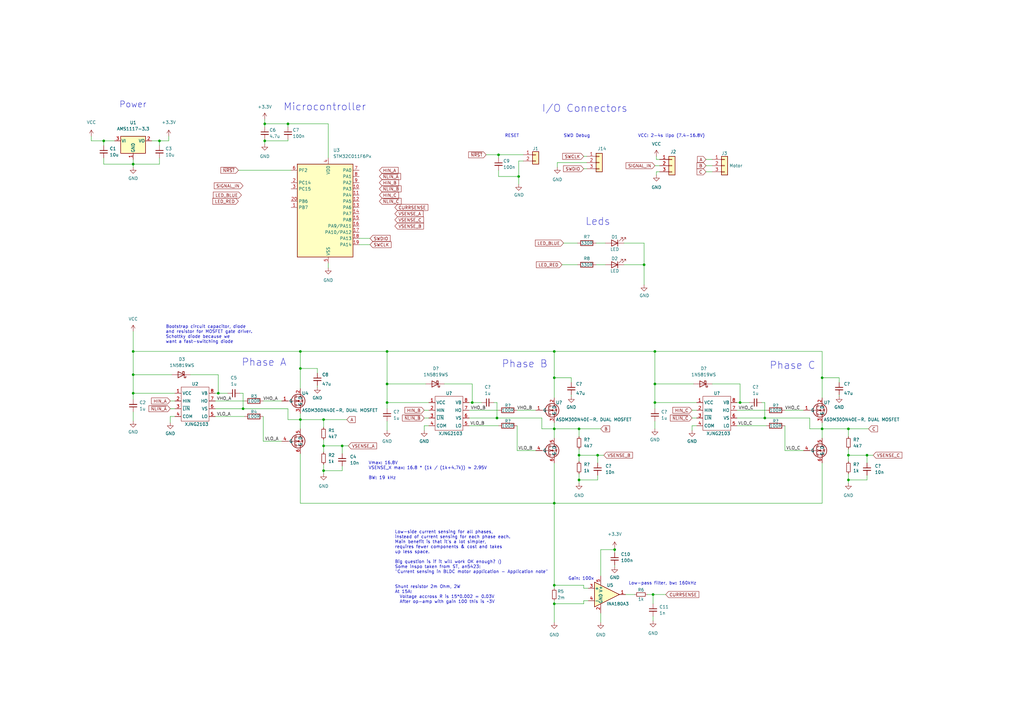
<source format=kicad_sch>
(kicad_sch (version 20211123) (generator eeschema)
  (paper "A3")
  (title_block (title "ASAC ESC") (rev "A") (company "Victor Krook"))
  (lib_symbols
    (symbol "Amplifier_Current:INA180A3" (pin_names (offset 0.127))
      (property "Reference" "U" (at 3.81 3.81 0))
      (property "Value" "INA180A3" (at 3.81 -2.54 0))
      (symbol "INA180A3_0_1"
        (polyline (pts (xy 5.08 0) (xy -5.08 5.08) (xy -5.08 -5.08) (xy 5.08 0)) (stroke (width 0.254)) (fill (type background)))
      )
      (symbol "INA180A3_1_1"
        (pin output line (at 7.62 0 180) (length 2.54) (name "~") (number "1"))
        (pin power_in line (at -2.54 -7.62 90) (length 3.81) (name "GND") (number "2"))
        (pin input line (at -7.62 2.54 0) (length 2.54) (name "+") (number "3"))
        (pin input line (at -7.62 -2.54 0) (length 2.54) (name "-") (number "4"))
        (pin power_in line (at -2.54 7.62 270) (length 3.81) (name "V+") (number "5"))
      )
    )
    (symbol "Connector_Generic:Conn_01x02" (pin_names (offset 1.016) hide)
      (property "Reference" "J" (at 0 2.54 0))
      (property "Value" "Conn_01x02" (at 0 -5.08 0))
      (symbol "Conn_01x02_1_1"
        (rectangle (start -1.27 -2.413) (end 0 -2.667) (stroke (width 0.1524)))
        (rectangle (start -1.27 0.127) (end 0 -0.127) (stroke (width 0.1524)))
        (rectangle (start -1.27 1.27) (end 1.27 -3.81) (stroke (width 0.254)) (fill (type background)))
        (pin passive line (at -5.08 0 0) (length 3.81) (name "Pin_1") (number "1"))
        (pin passive line (at -5.08 -2.54 0) (length 3.81) (name "Pin_2") (number "2"))
      )
    )
    (symbol "Connector_Generic:Conn_01x03" (pin_names (offset 1.016) hide)
      (property "Reference" "J" (at 0 5.08 0))
      (property "Value" "Conn_01x03" (at 0 -5.08 0))
      (symbol "Conn_01x03_1_1"
        (rectangle (start -1.27 -2.413) (end 0 -2.667) (stroke (width 0.1524)))
        (rectangle (start -1.27 0.127) (end 0 -0.127) (stroke (width 0.1524)))
        (rectangle (start -1.27 2.667) (end 0 2.413) (stroke (width 0.1524)))
        (rectangle (start -1.27 3.81) (end 1.27 -3.81) (stroke (width 0.254)) (fill (type background)))
        (pin passive line (at -5.08 2.54 0) (length 3.81) (name "Pin_1") (number "1"))
        (pin passive line (at -5.08 0 0) (length 3.81) (name "Pin_2") (number "2"))
        (pin passive line (at -5.08 -2.54 0) (length 3.81) (name "Pin_3") (number "3"))
      )
    )
    (symbol "Custom2:ASDM30DN40E-R_MOSFET_DUAL"
      (property "Reference" "U" (at 0 0 0))
      (property "Value" "ASDM30DN40E-R_MOSFET_DUAL" (at 0 3.175 0))
      (symbol "ASDM30DN40E-R_MOSFET_DUAL_0_1"
        (circle (center -0.889 -29.845) (radius 2.794) (stroke (width 0.254)))
        (circle (center -0.889 -13.335) (radius 2.794) (stroke (width 0.254)))
        (circle (center 0 -31.623) (radius 0.254) (fill (type outline)))
        (circle (center 0 -28.067) (radius 0.254) (fill (type outline)))
        (circle (center 0 -15.113) (radius 0.254) (fill (type outline)))
        (circle (center 0 -11.557) (radius 0.254) (fill (type outline)))
        (polyline (pts (xy -2.286 -29.845) (xy -5.08 -29.845)))
        (polyline (pts (xy -2.286 -27.94) (xy -2.286 -31.75)) (stroke (width 0.254)))
        (polyline (pts (xy -2.286 -13.335) (xy -5.08 -13.335)))
        (polyline (pts (xy -2.286 -11.43) (xy -2.286 -15.24)) (stroke (width 0.254)))
        (polyline (pts (xy -1.778 -31.115) (xy -1.778 -32.131)) (stroke (width 0.254)))
        (polyline (pts (xy -1.778 -29.337) (xy -1.778 -30.353)) (stroke (width 0.254)))
        (polyline (pts (xy -1.778 -27.559) (xy -1.778 -28.575)) (stroke (width 0.254)))
        (polyline (pts (xy -1.778 -14.605) (xy -1.778 -15.621)) (stroke (width 0.254)))
        (polyline (pts (xy -1.778 -12.827) (xy -1.778 -13.843)) (stroke (width 0.254)))
        (polyline (pts (xy -1.778 -11.049) (xy -1.778 -12.065)) (stroke (width 0.254)))
        (polyline (pts (xy 0 -27.305) (xy 0 -28.067)))
        (polyline (pts (xy 0 -10.795) (xy 0 -11.557)))
        (polyline (pts (xy 0 -32.385) (xy 0 -29.845) (xy -1.778 -29.845)))
        (polyline (pts (xy 0 -15.875) (xy 0 -13.335) (xy -1.778 -13.335)))
        (polyline (pts (xy -1.778 -31.623) (xy 0.762 -31.623) (xy 0.762 -28.067) (xy -1.778 -28.067)))
        (polyline (pts (xy -1.778 -15.113) (xy 0.762 -15.113) (xy 0.762 -11.557) (xy -1.778 -11.557)))
        (polyline (pts (xy -1.524 -29.845) (xy -0.508 -29.464) (xy -0.508 -30.226) (xy -1.524 -29.845)) (fill (type outline)))
        (polyline (pts (xy -1.524 -13.335) (xy -0.508 -12.954) (xy -0.508 -13.716) (xy -1.524 -13.335)) (fill (type outline)))
        (polyline (pts (xy 0.254 -29.337) (xy 0.381 -29.464) (xy 1.143 -29.464) (xy 1.27 -29.591)))
        (polyline (pts (xy 0.254 -12.827) (xy 0.381 -12.954) (xy 1.143 -12.954) (xy 1.27 -13.081)))
        (polyline (pts (xy 0.762 -29.464) (xy 0.381 -30.099) (xy 1.143 -30.099) (xy 0.762 -29.464)))
        (polyline (pts (xy 0.762 -12.954) (xy 0.381 -13.589) (xy 1.143 -13.589) (xy 0.762 -12.954)))
      )
      (symbol "ASDM30DN40E-R_MOSFET_DUAL_1_1"
        (pin input line (at -7.62 -13.335 0) (length 2.54) (name "G") (number "1"))
        (pin passive line (at 0 -8.255 270) (length 2.54) (name "D") (number "2"))
        (pin passive line (at 0 -18.415 90) (length 2.54) (name "S") (number "3"))
        (pin input line (at -7.62 -29.845 0) (length 2.54) (name "G") (number "4"))
        (pin passive line (at 0 -24.765 270) (length 2.54) (name "D") (number "5"))
        (pin passive line (at 0 -34.925 90) (length 2.54) (name "S") (number "6"))
      )
    )
    (symbol "Custom2:XJNG2103_MOSFET_GATE_DRIVER"
      (property "Reference" "U" (at 0 1.27 0))
      (property "Value" "XJNG2103_MOSFET_GATE_DRIVER" (at 0 3.81 0))
      (symbol "XJNG2103_MOSFET_GATE_DRIVER_0_1"
        (rectangle (start -6.35 0) (end 5.08 -13.97))
      )
      (symbol "XJNG2103_MOSFET_GATE_DRIVER_1_1"
        (pin input line (at -8.89 -2.54 0) (length 2.54) (name "VCC") (number "1"))
        (pin input line (at -8.89 -5.715 0) (length 2.54) (name "HIN") (number "2"))
        (pin input line (at -8.89 -8.89 0) (length 2.54) (name "~{LIN}") (number "3"))
        (pin input line (at -8.89 -12.065 0) (length 2.54) (name "COM") (number "4"))
        (pin input line (at 7.62 -12.065 180) (length 2.54) (name "LO") (number "5"))
        (pin input line (at 7.62 -8.89 180) (length 2.54) (name "VS") (number "6"))
        (pin output line (at 7.62 -5.715 180) (length 2.54) (name "HO") (number "7"))
        (pin output line (at 7.62 -2.54 180) (length 2.54) (name "VB") (number "8"))
      )
    )
    (symbol "Device:C_Small" (pin_numbers hide) (pin_names (offset 0.254) hide)
      (property "Reference" "C" (at 0.254 1.778 0))
      (property "Value" "C_Small" (at 0.254 -2.032 0))
      (symbol "C_Small_0_1"
        (polyline (pts (xy -1.524 -0.508) (xy 1.524 -0.508)) (stroke (width 0.3302)))
        (polyline (pts (xy -1.524 0.508) (xy 1.524 0.508)) (stroke (width 0.3048)))
      )
      (symbol "C_Small_1_1"
        (pin passive line (at 0 2.54 270) (length 2.032) (name "~") (number "1"))
        (pin passive line (at 0 -2.54 90) (length 2.032) (name "~") (number "2"))
      )
    )
    (symbol "Device:LED" (pin_numbers hide) (pin_names (offset 1.016) hide)
      (property "Reference" "D" (at 0 2.54 0))
      (property "Value" "LED" (at 0 -2.54 0))
      (symbol "LED_0_1"
        (polyline (pts (xy -1.27 -1.27) (xy -1.27 1.27)) (stroke (width 0.254)))
        (polyline (pts (xy -1.27 0) (xy 1.27 0)))
        (polyline (pts (xy 1.27 -1.27) (xy 1.27 1.27) (xy -1.27 0) (xy 1.27 -1.27)) (stroke (width 0.254)))
        (polyline (pts (xy -3.048 -0.762) (xy -4.572 -2.286) (xy -3.81 -2.286) (xy -4.572 -2.286) (xy -4.572 -1.524)))
        (polyline (pts (xy -1.778 -0.762) (xy -3.302 -2.286) (xy -2.54 -2.286) (xy -3.302 -2.286) (xy -3.302 -1.524)))
      )
      (symbol "LED_1_1"
        (pin passive line (at -3.81 0 0) (length 2.54) (name "K") (number "1"))
        (pin passive line (at 3.81 0 180) (length 2.54) (name "A") (number "2"))
      )
    )
    (symbol "Device:R" (pin_numbers hide) (pin_names (offset 0))
      (property "Reference" "R" (at 2.032 0 90))
      (property "Value" "R" (at 0 0 90))
      (symbol "R_0_1"
        (rectangle (start -1.016 -2.54) (end 1.016 2.54) (stroke (width 0.254)))
      )
      (symbol "R_1_1"
        (pin passive line (at 0 3.81 270) (length 1.27) (name "~") (number "1"))
        (pin passive line (at 0 -3.81 90) (length 1.27) (name "~") (number "2"))
      )
    )
    (symbol "Device:R_Small" (pin_numbers hide) (pin_names (offset 0.254) hide)
      (property "Reference" "R" (at 0.762 0.508 0))
      (property "Value" "R_Small" (at 0.762 -1.016 0))
      (symbol "R_Small_0_1"
        (rectangle (start -0.762 1.778) (end 0.762 -1.778) (stroke (width 0.2032)))
      )
      (symbol "R_Small_1_1"
        (pin passive line (at 0 2.54 270) (length 0.762) (name "~") (number "1"))
        (pin passive line (at 0 -2.54 90) (length 0.762) (name "~") (number "2"))
      )
    )
    (symbol "Diode:1N5819WS" (pin_numbers hide) (pin_names (offset 1.016) hide)
      (property "Reference" "D" (at 0 2.54 0))
      (property "Value" "1N5819WS" (at 0 -2.54 0))
      (symbol "1N5819WS_0_1"
        (polyline (pts (xy 1.27 0) (xy -1.27 0)))
        (polyline (pts (xy 1.27 1.27) (xy 1.27 -1.27) (xy -1.27 0) (xy 1.27 1.27)) (stroke (width 0.254)))
        (polyline (pts (xy -1.905 0.635) (xy -1.905 1.27) (xy -1.27 1.27) (xy -1.27 -1.27) (xy -0.635 -1.27) (xy -0.635 -0.635)) (stroke (width 0.254)))
      )
      (symbol "1N5819WS_1_1"
        (pin passive line (at -3.81 0 0) (length 2.54) (name "K") (number "1"))
        (pin passive line (at 3.81 0 180) (length 2.54) (name "A") (number "2"))
      )
    )
    (symbol "MCU_ST_STM32C0:STM32C011F6Px"
      (property "Reference" "U" (at -10.16 21.59 0))
      (property "Value" "STM32C011F6Px" (at 5.08 21.59 0))
      (symbol "STM32C011F6Px_0_1"
        (rectangle (start -10.16 -17.78) (end 12.7 20.32) (stroke (width 0.254)) (fill (type background)))
      )
      (symbol "STM32C011F6Px_1_1"
        (pin bidirectional line (at -12.7 2.54 0) (length 2.54) (name "PB7") (number "1"))
        (pin bidirectional line (at 15.24 10.16 180) (length 2.54) (name "PA3") (number "10"))
        (pin bidirectional line (at 15.24 7.62 180) (length 2.54) (name "PA4") (number "11"))
        (pin bidirectional line (at 15.24 5.08 180) (length 2.54) (name "PA5") (number "12"))
        (pin bidirectional line (at 15.24 2.54 180) (length 2.54) (name "PA6") (number "13"))
        (pin bidirectional line (at 15.24 0 180) (length 2.54) (name "PA7") (number "14"))
        (pin bidirectional line (at 15.24 -2.54 180) (length 2.54) (name "PA8") (number "15"))
        (pin bidirectional line (at 15.24 -5.08 180) (length 2.54) (name "PA9/PA11") (number "16"))
        (pin bidirectional line (at 15.24 -7.62 180) (length 2.54) (name "PA10/PA12") (number "17"))
        (pin bidirectional line (at 15.24 -10.16 180) (length 2.54) (name "PA13") (number "18"))
        (pin bidirectional line (at 15.24 -12.7 180) (length 2.54) (name "PA14") (number "19"))
        (pin bidirectional line (at -12.7 12.7 0) (length 2.54) (name "PC14") (number "2"))
        (pin bidirectional line (at -12.7 5.08 0) (length 2.54) (name "PB6") (number "20"))
        (pin bidirectional line (at -12.7 10.16 0) (length 2.54) (name "PC15") (number "3"))
        (pin power_in line (at 2.54 22.86 270) (length 2.54) (name "VDD") (number "4"))
        (pin power_in line (at 2.54 -20.32 90) (length 2.54) (name "VSS") (number "5"))
        (pin bidirectional line (at -12.7 17.78 0) (length 2.54) (name "PF2") (number "6"))
        (pin bidirectional line (at 15.24 17.78 180) (length 2.54) (name "PA0") (number "7"))
        (pin bidirectional line (at 15.24 15.24 180) (length 2.54) (name "PA1") (number "8"))
        (pin bidirectional line (at 15.24 12.7 180) (length 2.54) (name "PA2") (number "9"))
      )
    )
    (symbol "Regulator_Linear:AMS1117-3.3" (pin_names (offset 0.254))
      (property "Reference" "U1" (at 0 7.493 0))
      (property "Value" "AMS1117-3.3" (at 0 4.953 0))
      (symbol "AMS1117-3.3_0_1"
        (rectangle (start -5.08 -5.08) (end 5.08 1.905) (stroke (width 0.254)) (fill (type background)))
      )
      (symbol "AMS1117-3.3_1_1"
        (pin power_out line (at 0 -7.62 90) (length 2.54) (name "GND") (number "1"))
        (pin power_out line (at 7.62 0 180) (length 2.54) (name "VO") (number "2"))
        (pin power_in line (at -7.62 0 0) (length 2.54) (name "VI") (number "3"))
      )
    )
    (symbol "power:+3.3V" (power) (pin_names (offset 0))
      (property "Value" "+3.3V" (at 0 3.556 0))
      (symbol "+3.3V_0_1"
        (polyline (pts (xy -0.762 1.27) (xy 0 2.54)))
        (polyline (pts (xy 0 0) (xy 0 2.54)))
        (polyline (pts (xy 0 2.54) (xy 0.762 1.27)))
      )
      (symbol "+3.3V_1_1"
        (pin power_in line (at 0 0 90) (length 0) hide (name "+3.3V") (number "1"))
      )
    )
    (symbol "power:GND" (power) (pin_names (offset 0))
      (property "Value" "GND" (at 0 -3.81 0))
      (symbol "GND_0_1"
        (polyline (pts (xy 0 0) (xy 0 -1.27) (xy 1.27 -1.27) (xy 0 -2.54) (xy -1.27 -1.27) (xy 0 -1.27)))
      )
      (symbol "GND_1_1"
        (pin power_in line (at 0 0 270) (length 0) hide (name "GND") (number "1"))
      )
    )
    (symbol "power:VCC" (power) (pin_names (offset 0))
      (property "Value" "VCC" (at 0 3.81 0))
      (symbol "VCC_0_1"
        (polyline (pts (xy -0.762 1.27) (xy 0 2.54)))
        (polyline (pts (xy 0 0) (xy 0 2.54)))
        (polyline (pts (xy 0 2.54) (xy 0.762 1.27)))
      )
      (symbol "VCC_1_1"
        (pin power_in line (at 0 0 90) (length 0) hide (name "VCC") (number "1"))
      )
    )
  )
  (junction (at 54.61 153.67))
  (junction (at 108.585 50.8))
  (junction (at 227.33 144.145))
  (junction (at 132.715 172.085))
  (junction (at 132.715 193.04))
  (junction (at 227.33 240.03))
  (junction (at 268.605 165.1))
  (junction (at 337.185 154.94))
  (junction (at 227.33 154.94))
  (junction (at 204.47 63.5))
  (junction (at 347.98 196.85))
  (junction (at 193.675 165.1))
  (junction (at 268.605 157.48))
  (junction (at 42.545 57.785))
  (junction (at 227.33 206.375))
  (junction (at 54.61 161.29))
  (junction (at 158.75 144.145))
  (junction (at 140.335 182.88))
  (junction (at 237.49 196.85))
  (junction (at 203.835 171.45))
  (junction (at 89.535 161.29))
  (junction (at 123.19 144.145))
  (junction (at 99.695 167.64))
  (junction (at 347.98 175.895))
  (junction (at 118.11 50.8))
  (junction (at 252.095 225.425))
  (junction (at 245.11 186.69))
  (junction (at 108.585 57.785))
  (junction (at 347.98 186.69))
  (junction (at 237.49 186.69))
  (junction (at 313.69 171.45))
  (junction (at 54.61 144.145))
  (junction (at 158.75 165.1))
  (junction (at 303.53 165.1))
  (junction (at 267.843 243.84))
  (junction (at 227.33 175.895))
  (junction (at 132.715 182.88))
  (junction (at 158.75 157.48))
  (junction (at 212.725 72.39))
  (junction (at 337.185 175.895))
  (junction (at 227.33 247.65))
  (junction (at 237.49 175.895))
  (junction (at 268.605 144.145))
  (junction (at 54.61 67.31))
  (junction (at 355.6 186.69))
  (junction (at 264.16 108.585))
  (junction (at 123.19 151.13))
  (junction (at 123.19 172.085))
  (junction (at 65.405 57.785))
  (wire (pts (xy 245.11 189.865) (xy 245.11 186.69)))
  (wire (pts (xy 212.09 168.275) (xy 219.71 168.275)))
  (wire (pts (xy 132.715 172.085) (xy 132.715 175.26)))
  (wire (pts (xy 132.715 182.88) (xy 132.715 185.42)))
  (wire (pts (xy 130.175 153.035) (xy 130.175 151.13)))
  (wire (pts (xy 193.675 165.1) (xy 197.485 165.1)))
  (wire (pts (xy 54.61 153.67) (xy 70.485 153.67)))
  (wire (pts (xy 267.843 243.84) (xy 273.05 243.84)))
  (wire (pts (xy 37.465 55.88) (xy 37.465 57.785)))
  (wire (pts (xy 123.19 144.145) (xy 123.19 151.13)))
  (wire (pts (xy 46.99 57.785) (xy 42.545 57.785)))
  (wire (pts (xy 302.26 171.45) (xy 313.69 171.45)))
  (wire (pts (xy 237.49 194.31) (xy 237.49 196.85)))
  (wire (pts (xy 227.33 154.94) (xy 227.33 163.195)))
  (wire (pts (xy 158.75 172.72) (xy 158.75 176.53)))
  (wire (pts (xy 234.315 156.845) (xy 234.315 154.94)))
  (wire (pts (xy 37.465 57.785) (xy 42.545 57.785)))
  (wire (pts (xy 255.905 99.695) (xy 264.16 99.695)))
  (wire (pts (xy 227.33 154.94) (xy 234.315 154.94)))
  (wire (pts (xy 158.75 144.145) (xy 227.33 144.145)))
  (wire (pts (xy 228.6 66.675) (xy 240.665 66.675)))
  (wire (pts (xy 54.61 153.67) (xy 54.61 161.29)))
  (wire (pts (xy 140.335 193.04) (xy 140.335 191.135)))
  (wire (pts (xy 212.725 66.04) (xy 214.63 66.04)))
  (wire (pts (xy 204.47 63.5) (xy 204.47 64.77)))
  (wire (pts (xy 212.09 174.625) (xy 212.09 184.785)))
  (wire (pts (xy 212.725 72.39) (xy 212.725 66.04)))
  (wire (pts (xy 123.19 151.13) (xy 130.175 151.13)))
  (wire (pts (xy 132.715 180.34) (xy 132.715 182.88)))
  (wire (pts (xy 99.695 161.29) (xy 99.695 167.64)))
  (wire (pts (xy 269.24 64.135) (xy 269.24 65.405)))
  (wire (pts (xy 237.49 175.895) (xy 237.49 179.07)))
  (wire (pts (xy 192.405 168.275) (xy 204.47 168.275)))
  (wire (pts (xy 302.26 174.625) (xy 314.325 174.625)))
  (wire (pts (xy 69.85 173.355) (xy 69.85 170.815)))
  (wire (pts (xy 118.11 172.085) (xy 123.19 172.085)))
  (wire (pts (xy 239.395 247.65) (xy 239.395 246.38)))
  (wire (pts (xy 130.175 158.75) (xy 130.175 158.115)))
  (wire (pts (xy 222.25 171.45) (xy 222.25 175.895)))
  (wire (pts (xy 147.32 100.33) (xy 151.765 100.33)))
  (wire (pts (xy 268.605 157.48) (xy 268.605 165.1)))
  (wire (pts (xy 173.99 168.275) (xy 175.895 168.275)))
  (wire (pts (xy 268.605 165.1) (xy 268.605 167.64)))
  (wire (pts (xy 69.215 57.785) (xy 65.405 57.785)))
  (wire (pts (xy 54.61 144.145) (xy 54.61 153.67)))
  (wire (pts (xy 239.395 246.38) (xy 241.3 246.38)))
  (wire (pts (xy 246.38 225.425) (xy 246.38 236.22)))
  (wire (pts (xy 228.6 68.58) (xy 228.6 66.675)))
  (wire (pts (xy 118.11 57.785) (xy 108.585 57.785)))
  (wire (pts (xy 312.42 165.1) (xy 313.69 165.1)))
  (wire (pts (xy 173.99 174.625) (xy 175.895 174.625)))
  (wire (pts (xy 123.19 172.085) (xy 132.715 172.085)))
  (wire (pts (xy 337.185 206.375) (xy 227.33 206.375)))
  (wire (pts (xy 321.945 174.625) (xy 321.945 184.785)))
  (wire (pts (xy 347.98 175.895) (xy 347.98 179.07)))
  (wire (pts (xy 123.19 206.375) (xy 123.19 186.055)))
  (wire (pts (xy 182.245 157.48) (xy 193.675 157.48)))
  (wire (pts (xy 268.605 165.1) (xy 285.75 165.1)))
  (wire (pts (xy 303.53 165.1) (xy 307.34 165.1)))
  (wire (pts (xy 132.715 193.04) (xy 140.335 193.04)))
  (wire (pts (xy 283.845 176.53) (xy 283.845 174.625)))
  (wire (pts (xy 237.49 196.85) (xy 245.11 196.85)))
  (wire (pts (xy 192.405 165.1) (xy 193.675 165.1)))
  (wire (pts (xy 134.62 50.8) (xy 134.62 64.77)))
  (wire (pts (xy 344.17 162.56) (xy 344.17 161.925)))
  (wire (pts (xy 321.945 184.785) (xy 329.565 184.785)))
  (wire (pts (xy 227.33 240.03) (xy 239.395 240.03)))
  (wire (pts (xy 355.6 186.69) (xy 358.14 186.69)))
  (wire (pts (xy 321.945 168.275) (xy 329.565 168.275)))
  (wire (pts (xy 283.845 174.625) (xy 285.75 174.625)))
  (wire (pts (xy 158.75 157.48) (xy 158.75 165.1)))
  (wire (pts (xy 227.33 247.65) (xy 227.33 255.27)))
  (wire (pts (xy 231.14 99.695) (xy 236.855 99.695)))
  (wire (pts (xy 54.61 67.31) (xy 65.405 67.31)))
  (wire (pts (xy 158.75 157.48) (xy 174.625 157.48)))
  (wire (pts (xy 54.61 67.31) (xy 54.61 68.58)))
  (wire (pts (xy 69.215 55.88) (xy 69.215 57.785)))
  (wire (pts (xy 134.62 107.95) (xy 134.62 109.855)))
  (wire (pts (xy 337.185 154.94) (xy 337.185 163.195)))
  (wire (pts (xy 118.11 167.64) (xy 118.11 172.085)))
  (wire (pts (xy 54.61 161.29) (xy 71.755 161.29)))
  (wire (pts (xy 89.535 153.67) (xy 89.535 161.29)))
  (wire (pts (xy 42.545 57.785) (xy 42.545 59.69)))
  (wire (pts (xy 54.61 168.91) (xy 54.61 172.72)))
  (wire (pts (xy 227.33 240.03) (xy 227.33 241.3)))
  (wire (pts (xy 69.85 164.465) (xy 71.755 164.465)))
  (wire (pts (xy 107.95 180.975) (xy 115.57 180.975)))
  (wire (pts (xy 193.675 157.48) (xy 193.675 165.1)))
  (wire (pts (xy 118.11 50.8) (xy 134.62 50.8)))
  (wire (pts (xy 241.3 241.3) (xy 239.395 241.3)))
  (wire (pts (xy 313.69 171.45) (xy 332.105 171.45)))
  (wire (pts (xy 283.845 171.45) (xy 285.75 171.45)))
  (wire (pts (xy 268.605 172.72) (xy 268.605 175.895)))
  (wire (pts (xy 267.843 254.635) (xy 267.843 252.73)))
  (wire (pts (xy 227.33 175.895) (xy 227.33 179.705)))
  (wire (pts (xy 192.405 174.625) (xy 204.47 174.625)))
  (wire (pts (xy 337.185 175.895) (xy 347.98 175.895)))
  (wire (pts (xy 199.39 63.5) (xy 204.47 63.5)))
  (wire (pts (xy 123.19 172.085) (xy 123.19 175.895)))
  (wire (pts (xy 244.475 108.585) (xy 248.285 108.585)))
  (wire (pts (xy 237.49 196.85) (xy 237.49 198.12)))
  (wire (pts (xy 245.11 196.85) (xy 245.11 194.945)))
  (wire (pts (xy 54.61 161.29) (xy 54.61 163.83)))
  (wire (pts (xy 227.33 206.375) (xy 227.33 240.03)))
  (wire (pts (xy 347.98 196.85) (xy 347.98 198.12)))
  (wire (pts (xy 239.395 69.215) (xy 240.665 69.215)))
  (wire (pts (xy 267.843 247.65) (xy 267.843 243.84)))
  (wire (pts (xy 252.095 231.775) (xy 252.095 232.41)))
  (wire (pts (xy 302.26 165.1) (xy 303.53 165.1)))
  (wire (pts (xy 65.405 57.785) (xy 62.23 57.785)))
  (wire (pts (xy 108.585 50.8) (xy 118.11 50.8)))
  (wire (pts (xy 227.33 247.65) (xy 239.395 247.65)))
  (wire (pts (xy 107.95 164.465) (xy 115.57 164.465)))
  (wire (pts (xy 227.33 144.145) (xy 268.605 144.145)))
  (wire (pts (xy 347.98 186.69) (xy 355.6 186.69)))
  (wire (pts (xy 227.33 144.145) (xy 227.33 154.94)))
  (wire (pts (xy 252.095 224.79) (xy 252.095 225.425)))
  (wire (pts (xy 227.33 206.375) (xy 123.19 206.375)))
  (wire (pts (xy 123.19 169.545) (xy 123.19 172.085)))
  (wire (pts (xy 344.17 156.845) (xy 344.17 154.94)))
  (wire (pts (xy 227.33 246.38) (xy 227.33 247.65)))
  (wire (pts (xy 173.99 171.45) (xy 175.895 171.45)))
  (wire (pts (xy 65.405 57.785) (xy 65.405 59.69)))
  (wire (pts (xy 332.105 175.895) (xy 337.185 175.895)))
  (wire (pts (xy 347.98 184.15) (xy 347.98 186.69)))
  (wire (pts (xy 204.47 72.39) (xy 212.725 72.39)))
  (wire (pts (xy 270.51 65.405) (xy 269.24 65.405)))
  (wire (pts (xy 303.53 157.48) (xy 303.53 165.1)))
  (wire (pts (xy 203.835 165.1) (xy 203.835 171.45)))
  (wire (pts (xy 147.32 97.79) (xy 151.765 97.79)))
  (wire (pts (xy 88.265 167.64) (xy 99.695 167.64)))
  (wire (pts (xy 132.715 172.085) (xy 142.24 172.085)))
  (wire (pts (xy 132.715 193.04) (xy 132.715 194.31)))
  (wire (pts (xy 204.47 69.85) (xy 204.47 72.39)))
  (wire (pts (xy 289.56 65.405) (xy 292.1 65.405)))
  (wire (pts (xy 337.185 144.145) (xy 337.185 154.94)))
  (wire (pts (xy 252.095 225.425) (xy 246.38 225.425)))
  (wire (pts (xy 355.6 189.865) (xy 355.6 186.69)))
  (wire (pts (xy 88.265 164.465) (xy 100.33 164.465)))
  (wire (pts (xy 108.585 57.15) (xy 108.585 57.785)))
  (wire (pts (xy 265.43 243.84) (xy 267.843 243.84)))
  (wire (pts (xy 227.33 175.895) (xy 237.49 175.895)))
  (wire (pts (xy 245.11 186.69) (xy 247.65 186.69)))
  (wire (pts (xy 264.16 108.585) (xy 264.16 116.84)))
  (wire (pts (xy 237.49 175.895) (xy 246.38 175.895)))
  (wire (pts (xy 42.545 67.31) (xy 54.61 67.31)))
  (wire (pts (xy 118.11 50.8) (xy 118.11 52.07)))
  (wire (pts (xy 237.49 186.69) (xy 237.49 189.23)))
  (wire (pts (xy 347.98 196.85) (xy 355.6 196.85)))
  (wire (pts (xy 158.75 144.145) (xy 158.75 157.48)))
  (wire (pts (xy 337.185 173.355) (xy 337.185 175.895)))
  (wire (pts (xy 42.545 64.77) (xy 42.545 67.31)))
  (wire (pts (xy 347.98 175.895) (xy 356.235 175.895)))
  (wire (pts (xy 269.24 71.755) (xy 269.24 70.485)))
  (wire (pts (xy 98.425 161.29) (xy 99.695 161.29)))
  (wire (pts (xy 107.95 170.815) (xy 107.95 180.975)))
  (wire (pts (xy 268.605 144.145) (xy 268.605 157.48)))
  (wire (pts (xy 337.185 189.865) (xy 337.185 206.375)))
  (wire (pts (xy 337.185 154.94) (xy 344.17 154.94)))
  (wire (pts (xy 289.56 67.945) (xy 292.1 67.945)))
  (wire (pts (xy 212.725 75.565) (xy 212.725 72.39)))
  (wire (pts (xy 192.405 171.45) (xy 203.835 171.45)))
  (wire (pts (xy 158.75 165.1) (xy 175.895 165.1)))
  (wire (pts (xy 227.33 189.865) (xy 227.33 206.375)))
  (wire (pts (xy 332.105 171.45) (xy 332.105 175.895)))
  (wire (pts (xy 313.69 165.1) (xy 313.69 171.45)))
  (wire (pts (xy 246.38 251.46) (xy 246.38 255.27)))
  (wire (pts (xy 292.1 157.48) (xy 303.53 157.48)))
  (wire (pts (xy 355.6 196.85) (xy 355.6 194.945)))
  (wire (pts (xy 283.845 168.275) (xy 285.75 168.275)))
  (wire (pts (xy 132.715 182.88) (xy 140.335 182.88)))
  (wire (pts (xy 88.265 161.29) (xy 89.535 161.29)))
  (wire (pts (xy 69.85 167.64) (xy 71.755 167.64)))
  (wire (pts (xy 244.475 99.695) (xy 248.285 99.695)))
  (wire (pts (xy 264.16 99.695) (xy 264.16 108.585)))
  (wire (pts (xy 255.905 108.585) (xy 264.16 108.585)))
  (wire (pts (xy 173.99 176.53) (xy 173.99 174.625)))
  (wire (pts (xy 118.11 57.15) (xy 118.11 57.785)))
  (wire (pts (xy 158.75 165.1) (xy 158.75 167.64)))
  (wire (pts (xy 89.535 161.29) (xy 93.345 161.29)))
  (wire (pts (xy 88.265 170.815) (xy 100.33 170.815)))
  (wire (pts (xy 237.49 186.69) (xy 245.11 186.69)))
  (wire (pts (xy 140.335 186.055) (xy 140.335 182.88)))
  (wire (pts (xy 337.185 175.895) (xy 337.185 179.705)))
  (wire (pts (xy 108.585 48.895) (xy 108.585 50.8)))
  (wire (pts (xy 69.85 170.815) (xy 71.755 170.815)))
  (wire (pts (xy 230.505 108.585) (xy 236.855 108.585)))
  (wire (pts (xy 237.49 184.15) (xy 237.49 186.69)))
  (wire (pts (xy 239.395 241.3) (xy 239.395 240.03)))
  (wire (pts (xy 140.335 182.88) (xy 142.875 182.88)))
  (wire (pts (xy 268.605 157.48) (xy 284.48 157.48)))
  (wire (pts (xy 227.33 173.355) (xy 227.33 175.895)))
  (wire (pts (xy 54.61 65.405) (xy 54.61 67.31)))
  (wire (pts (xy 78.105 153.67) (xy 89.535 153.67)))
  (wire (pts (xy 239.395 64.135) (xy 240.665 64.135)))
  (wire (pts (xy 268.605 67.945) (xy 270.51 67.945)))
  (wire (pts (xy 202.565 165.1) (xy 203.835 165.1)))
  (wire (pts (xy 222.25 175.895) (xy 227.33 175.895)))
  (wire (pts (xy 97.79 69.85) (xy 119.38 69.85)))
  (wire (pts (xy 108.585 50.8) (xy 108.585 52.07)))
  (wire (pts (xy 252.095 225.425) (xy 252.095 226.695)))
  (wire (pts (xy 54.61 144.145) (xy 123.19 144.145)))
  (wire (pts (xy 234.315 162.56) (xy 234.315 161.925)))
  (wire (pts (xy 269.24 70.485) (xy 270.51 70.485)))
  (wire (pts (xy 54.61 135.89) (xy 54.61 144.145)))
  (wire (pts (xy 302.26 168.275) (xy 314.325 168.275)))
  (wire (pts (xy 123.19 151.13) (xy 123.19 159.385)))
  (wire (pts (xy 347.98 186.69) (xy 347.98 189.23)))
  (wire (pts (xy 212.09 184.785) (xy 219.71 184.785)))
  (wire (pts (xy 347.98 194.31) (xy 347.98 196.85)))
  (wire (pts (xy 65.405 64.77) (xy 65.405 67.31)))
  (wire (pts (xy 289.56 70.485) (xy 292.1 70.485)))
  (wire (pts (xy 132.715 190.5) (xy 132.715 193.04)))
  (wire (pts (xy 268.605 144.145) (xy 337.185 144.145)))
  (wire (pts (xy 123.19 144.145) (xy 158.75 144.145)))
  (wire (pts (xy 203.835 171.45) (xy 222.25 171.45)))
  (wire (pts (xy 204.47 63.5) (xy 214.63 63.5)))
  (wire (pts (xy 99.695 167.64) (xy 118.11 167.64)))
  (wire (pts (xy 108.585 57.785) (xy 108.585 59.055)))
  (wire (pts (xy 260.35 243.84) (xy 256.54 243.84)))
  (text "Phase C" (at 315.595 151.765 0) (effects (font (size 3 3)) (justify left bottom)))
  (text "RESET" (at 207.01 56.515 0) (effects (font (size 1.27 1.27)) (justify left bottom)))
  (text "Leds" (at 240.03 92.71 0) (effects (font (size 2.9972 2.9972)) (justify left bottom)))
  (text "Phase B\n" (at 205.74 151.13 0) (effects (font (size 3 3)) (justify left bottom)))
  (text "Gain: 100x" (at 233.045 238.125 0) (effects (font (size 1.27 1.27)) (justify left bottom)))
  (text "SWD Debug" (at 231.14 56.515 0) (effects (font (size 1.27 1.27)) (justify left bottom)))
  (text "Low-pass filter, bw: 160kHz" (at 257.81 240.03 0) (effects (font (size 1.27 1.27)) (justify left bottom)))
  (text "Phase A" (at 99.06 150.495 0) (effects (font (size 3 3)) (justify left bottom)))
  (text "I/O Connectors" (at 222.25 46.355 0) (effects (font (size 2.9972 2.9972)) (justify left bottom)))
  (text "VCC: 2-4s lipo (7.4-16.8V)" (at 261.62 56.515 0) (effects (font (size 1.27 1.27)) (justify left bottom)))
  (text "Vmax: 16.8V\nVSENSE_X max: 16.8 * (1k / (1k+4.7k)) ≃ 2.95V\n\nBW: 19 kHz" (at 151.13 196.85 0) (effects (font (size 1.27 1.27)) (justify left bottom)))
  (text "Power" (at 48.895 44.45 0) (effects (font (size 2.5 2.5)) (justify left bottom)))
  (text "Bootstrap circuit capacitor, diode\nand resistor for MOSFET gate driver.\nSchottky diode because we\nwant a fast-switching diode" (at 67.945 140.97 0) (effects (font (size 1.27 1.27)) (justify left bottom)))
  (text "Low-side current sensing for all phases,\ninstead of current sensing for each phase each.\nMain benefit is that it's a lot simpler,\nrequires fewer components & cost and takes\nup less space.\n\nBig question is if it will work OK enough? :)\nSome inspo taken from ST, an5423:\n\"Current sensing in BLDC motor application - Application note\"\n\n\nShunt resistor 2m Ohm, 2W\nAt 15A:\n  Voltage accross R is 15*0.002 = 0.03V\n  After op-amp with gain 100 this is ~3V" (at 161.925 247.65 0) (effects (font (size 1.27 1.27)) (justify left bottom)))
  (text "Microcontroller" (at 116.205 45.72 0) (effects (font (size 2.9972 2.9972)) (justify left bottom)))
  (label "VLO_A" (at 114.3 180.975 180))
  (label "VLO_C" (at 328.295 184.785 180))
  (label "VLO_C" (at 308.61 174.625 180))
  (label "VHO_A" (at 107.95 164.465 0))
  (label "VLO_B" (at 198.755 174.625 180))
  (label "VLO_B" (at 218.44 184.785 180))
  (label "VLO_A" (at 94.615 170.815 180))
  (label "VHO_B" (at 193.04 168.275 0))
  (label "VHO_B" (at 212.09 168.275 0))
  (label "VHO_A" (at 88.9 164.465 0))
  (label "VHO_C" (at 302.895 168.275 0))
  (label "VHO_C" (at 321.945 168.275 0))
  (global_label "CURRSENSE" (shape input) (at 161.925 85.09 0) (property "Intersheet References" "${INTERSHEET_REFS}" (effects hide)))
  (global_label "VSENSE_C" (shape input) (at 358.14 186.69 0) (property "Intersheet References" "${INTERSHEET_REFS}" (effects hide)))
  (global_label "SIGNAL_IN" (shape input) (at 99.695 76.2 180) (property "Intersheet References" "${INTERSHEET_REFS}" (effects hide)))
  (global_label "HIN_C" (shape input) (at 283.845 168.275 180) (property "Intersheet References" "${INTERSHEET_REFS}" (effects hide)))
  (global_label "HIN_A" (shape input) (at 69.85 164.465 180) (property "Intersheet References" "${INTERSHEET_REFS}" (effects hide)))
  (global_label "LED_RED" (shape input) (at 230.505 108.585 180) (property "Intersheet References" "${INTERSHEET_REFS}" (effects hide)))
  (global_label "SWDIO" (shape input) (at 239.395 69.215 180) (property "Intersheet References" "${INTERSHEET_REFS}" (effects hide)))
  (global_label "C" (shape input) (at 289.56 70.485 180) (property "Intersheet References" "${INTERSHEET_REFS}" (effects hide)))
  (global_label "SWCLK" (shape input) (at 151.765 100.33 0) (property "Intersheet References" "${INTERSHEET_REFS}" (effects hide)))
  (global_label "SWCLK" (shape input) (at 239.395 64.135 180) (property "Intersheet References" "${INTERSHEET_REFS}" (effects hide)))
  (global_label "HIN_B" (shape input) (at 155.575 74.93 0) (property "Intersheet References" "${INTERSHEET_REFS}" (effects hide)))
  (global_label "LED_BLUE" (shape input) (at 99.06 80.01 180) (property "Intersheet References" "${INTERSHEET_REFS}" (effects hide)))
  (global_label "SWDIO" (shape input) (at 151.765 97.79 0) (property "Intersheet References" "${INTERSHEET_REFS}" (effects hide)))
  (global_label "~{NLIN_C}" (shape input) (at 155.575 82.55 0) (property "Intersheet References" "${INTERSHEET_REFS}" (effects hide)))
  (global_label "B" (shape input) (at 246.38 175.895 0) (property "Intersheet References" "${INTERSHEET_REFS}" (effects hide)))
  (global_label "VSENSE_A" (shape input) (at 161.925 87.63 0) (property "Intersheet References" "${INTERSHEET_REFS}" (effects hide)))
  (global_label "~{NLIN_A}" (shape input) (at 69.85 167.64 180) (property "Intersheet References" "${INTERSHEET_REFS}" (effects hide)))
  (global_label "HIN_B" (shape input) (at 173.99 168.275 180) (property "Intersheet References" "${INTERSHEET_REFS}" (effects hide)))
  (global_label "~{NLIN_B}" (shape input) (at 173.99 171.45 180) (property "Intersheet References" "${INTERSHEET_REFS}" (effects hide)))
  (global_label "~{NRST}" (shape input) (at 199.39 63.5 180) (property "Intersheet References" "${INTERSHEET_REFS}" (effects hide)))
  (global_label "A" (shape input) (at 142.24 172.085 0) (property "Intersheet References" "${INTERSHEET_REFS}" (effects hide)))
  (global_label "~{NLIN_A}" (shape input) (at 155.575 72.39 0) (property "Intersheet References" "${INTERSHEET_REFS}" (effects hide)))
  (global_label "CURRSENSE" (shape input) (at 273.05 243.84 0) (property "Intersheet References" "${INTERSHEET_REFS}" (effects hide)))
  (global_label "A" (shape input) (at 289.56 65.405 180) (property "Intersheet References" "${INTERSHEET_REFS}" (effects hide)))
  (global_label "HIN_C" (shape input) (at 155.575 80.01 0) (property "Intersheet References" "${INTERSHEET_REFS}" (effects hide)))
  (global_label "VSENSE_B" (shape input) (at 161.925 92.71 0) (property "Intersheet References" "${INTERSHEET_REFS}" (effects hide)))
  (global_label "C" (shape input) (at 356.235 175.895 0) (property "Intersheet References" "${INTERSHEET_REFS}" (effects hide)))
  (global_label "SIGNAL_IN" (shape input) (at 268.605 67.945 180) (property "Intersheet References" "${INTERSHEET_REFS}" (effects hide)))
  (global_label "VSENSE_B" (shape input) (at 247.65 186.69 0) (property "Intersheet References" "${INTERSHEET_REFS}" (effects hide)))
  (global_label "VSENSE_A" (shape input) (at 142.875 182.88 0) (property "Intersheet References" "${INTERSHEET_REFS}" (effects hide)))
  (global_label "LED_RED" (shape input) (at 97.79 82.55 180) (property "Intersheet References" "${INTERSHEET_REFS}" (effects hide)))
  (global_label "HIN_A" (shape input) (at 155.575 69.85 0) (property "Intersheet References" "${INTERSHEET_REFS}" (effects hide)))
  (global_label "VSENSE_C" (shape input) (at 161.925 90.17 0) (property "Intersheet References" "${INTERSHEET_REFS}" (effects hide)))
  (global_label "~{NRST}" (shape input) (at 97.79 69.85 180) (property "Intersheet References" "${INTERSHEET_REFS}" (effects hide)))
  (global_label "~{NLIN_B}" (shape input) (at 155.575 77.47 0) (property "Intersheet References" "${INTERSHEET_REFS}" (effects hide)))
  (global_label "~{NLIN_C}" (shape input) (at 283.845 171.45 180) (property "Intersheet References" "${INTERSHEET_REFS}" (effects hide)))
  (global_label "B" (shape input) (at 289.56 67.945 180) (property "Intersheet References" "${INTERSHEET_REFS}" (effects hide)))
  (global_label "LED_BLUE" (shape input) (at 231.14 99.695 180) (property "Intersheet References" "${INTERSHEET_REFS}" (effects hide)))
  (symbol (lib_id "Device:R_Small") (at 237.49 191.77 0) (unit 1)
    (property "Reference" "R?" (at 239.395 190.4999 0) (effects (justify left)))
    (property "Value" "1k" (at 239.395 193.0399 0) (effects (justify left)))
    (property "Footprint" "Resistor_SMD:R_0402_1005Metric" (effects hide))
  )
  (symbol (lib_id "Custom2:XJNG2103_MOSFET_GATE_DRIVER") (at 184.785 162.56 0) (unit 1)
    (property "Reference" "U?" (at 184.15 161.29 0))
    (property "Value" "XJNG2103" (at 184.785 177.8 0))
    (property "Footprint" "Package_SO:SOIC-8_3.9x4.9mm_P1.27mm" (effects hide))
    (property "Datasheet" "https://datasheet.lcsc.com/lcsc/2108241130_Wuxi-NCE-Power-Semiconductor-XJNG2103_C2887735.pdf" (effects hide))
    (property "Name" "XJNG2103" (effects hide))
  )
  (symbol (lib_id "Device:R") (at 208.28 174.625 90) (unit 1)
    (property "Reference" "R?" (at 208.28 172.72 90))
    (property "Value" "100R" (at 208.28 174.625 90))
    (property "Footprint" "Resistor_SMD:R_0603_1608Metric" (effects hide))
  )
  (symbol (lib_id "power:GND") (at 54.61 68.58 0) (unit 1)
    (property "Reference" "#PWR0103" (effects hide))
    (property "Value" "GND" (at 54.61 73.152 0))
  )
  (symbol (lib_id "power:GND") (at 246.38 255.27 0) (unit 1)
    (property "Reference" "#PWR0115" (effects hide))
    (property "Value" "GND" (at 246.38 260.35 0))
  )
  (symbol (lib_id "Device:C_Small") (at 344.17 159.385 0) (unit 1)
    (property "Reference" "C?" (at 346.075 157.48 0) (effects (justify left)))
    (property "Value" "47u" (at 346.075 161.29 0) (effects (justify left)))
    (property "Footprint" "Capacitor_SMD:C_1206_3216Metric" (effects hide))
  )
  (symbol (lib_id "Custom2:ASDM30DN40E-R_MOSFET_DUAL") (at 227.33 154.94 0) (unit 1)
    (property "Reference" "U?" (at 227.965 165.1 0) (effects (justify left)))
    (property "Value" "ASDM30DN40E-R, DUAL MOSFET" (at 227.965 172.085 0) (effects (justify left)))
    (property "Footprint" "Custom:PDFN3333-8_L3.2-W3.1-P0.65-LS3.4-BL" (effects hide))
    (property "Datasheet" "https://datasheet.lcsc.com/lcsc/2202151630_Ascend-ASDM30DN40E-R_C2972861.pdf" (effects hide))
  )
  (symbol (lib_id "Custom2:XJNG2103_MOSFET_GATE_DRIVER") (at 80.645 158.75 0) (unit 1)
    (property "Reference" "U2" (at 80.01 157.48 0))
    (property "Value" "XJNG2103" (at 80.645 173.99 0))
    (property "Footprint" "Package_SO:SOIC-8_3.9x4.9mm_P1.27mm" (effects hide))
    (property "Datasheet" "https://datasheet.lcsc.com/lcsc/2108241130_Wuxi-NCE-Power-Semiconductor-XJNG2103_C2887735.pdf" (effects hide))
    (property "Name" "XJNG2103" (effects hide))
  )
  (symbol (lib_id "power:GND") (at 130.175 158.75 0) (unit 1)
    (property "Reference" "#PWR0111" (effects hide))
    (property "Value" "GND" (at 130.175 163.195 0))
  )
  (symbol (lib_id "power:GND") (at 212.725 75.565 0) (unit 1)
    (property "Reference" "#PWR0147" (effects hide))
    (property "Value" "GND" (at 212.852 79.9592 0))
  )
  (symbol (lib_id "power:GND") (at 344.17 162.56 0) (unit 1)
    (property "Reference" "#PWR?" (effects hide))
    (property "Value" "GND" (at 344.17 167.005 0))
  )
  (symbol (lib_id "power:GND") (at 237.49 198.12 0) (unit 1)
    (property "Reference" "#PWR?" (effects hide))
    (property "Value" "GND" (at 237.49 203.2 0))
  )
  (symbol (lib_id "power:GND") (at 54.61 172.72 0) (unit 1)
    (property "Reference" "#PWR0110" (effects hide))
    (property "Value" "GND" (at 54.61 177.165 0))
  )
  (symbol (lib_id "power:VCC") (at 37.465 55.88 0) (unit 1)
    (property "Reference" "#PWR0101" (effects hide))
    (property "Value" "VCC" (at 37.465 50.165 0))
  )
  (symbol (lib_id "power:+3.3V") (at 108.585 48.895 0) (unit 1)
    (property "Reference" "#PWR0105" (effects hide))
    (property "Value" "+3.3V" (at 108.585 43.815 0))
  )
  (symbol (lib_id "Device:C_Small") (at 252.095 229.235 0) (unit 1)
    (property "Reference" "C10" (at 254.635 227.33 0) (effects (justify left)))
    (property "Value" "100n" (at 254.635 229.87 0) (effects (justify left)))
    (property "Footprint" "Capacitor_SMD:C_0402_1005Metric" (effects hide))
  )
  (symbol (lib_id "power:GND") (at 268.605 175.895 0) (unit 1)
    (property "Reference" "#PWR?" (effects hide))
    (property "Value" "GND" (at 268.605 180.34 0))
  )
  (symbol (lib_id "Device:C_Small") (at 140.335 188.595 0) (unit 1)
    (property "Reference" "C4" (at 143.51 187.3312 0) (effects (justify left)))
    (property "Value" "10n" (at 143.51 189.8712 0) (effects (justify left)))
    (property "Footprint" "Capacitor_SMD:C_0402_1005Metric" (effects hide))
  )
  (symbol (lib_id "power:GND") (at 158.75 176.53 0) (unit 1)
    (property "Reference" "#PWR?" (effects hide))
    (property "Value" "GND" (at 158.75 180.975 0))
  )
  (symbol (lib_id "power:GND") (at 228.6 68.58 0) (unit 1)
    (property "Reference" "#PWR0151" (effects hide))
    (property "Value" "GND" (at 228.6 73.66 0))
  )
  (symbol (lib_id "MCU_ST_STM32C0:STM32C011F6Px") (at 132.08 87.63 0) (unit 1)
    (property "Reference" "U3" (at 136.6394 61.595 0) (effects (justify left)))
    (property "Value" "STM32C011F6Px" (at 136.6394 64.135 0) (effects (justify left)))
    (property "Footprint" "Package_SO:TSSOP-20_4.4x6.5mm_P0.65mm" (effects hide))
    (property "Datasheet" "https://www.st.com/resource/en/datasheet/stm32c011f6.pdf" (effects hide))
  )
  (symbol (lib_id "Connector_Generic:Conn_01x03") (at 245.745 66.675 0) (unit 1)
    (property "Reference" "J14" (at 245.11 60.96 0) (effects (justify left)))
    (property "Value" "Conn_01x03" (effects hide))
    (property "Footprint" "Custom:PinHeader_1x03_P1.27mm_Vertical_no_silk_smd" (effects hide))
  )
  (symbol (lib_id "power:GND") (at 267.843 254.635 0) (unit 1)
    (property "Reference" "#PWR0114" (effects hide))
    (property "Value" "GND" (at 267.843 259.715 0))
  )
  (symbol (lib_id "power:GND") (at 347.98 198.12 0) (unit 1)
    (property "Reference" "#PWR?" (effects hide))
    (property "Value" "GND" (at 347.98 203.2 0))
  )
  (symbol (lib_id "Amplifier_Current:INA180A3") (at 248.92 243.84 0) (unit 1)
    (property "Reference" "U5" (at 250.19 240.03 0))
    (property "Value" "INA180A3" (at 253.365 247.65 0))
    (property "Footprint" "Package_TO_SOT_SMD:SOT-23-5" (effects hide))
    (property "Datasheet" "http://www.ti.com/lit/ds/symlink/ina180.pdf" (effects hide))
  )
  (symbol (lib_id "Device:R_Small") (at 132.715 187.96 0) (unit 1)
    (property "Reference" "R2" (at 134.62 186.6899 0) (effects (justify left)))
    (property "Value" "1k" (at 134.62 189.2299 0) (effects (justify left)))
    (property "Footprint" "Resistor_SMD:R_0402_1005Metric" (effects hide))
  )
  (symbol (lib_id "Device:C_Small") (at 118.11 54.61 0) (unit 1)
    (property "Reference" "C7" (at 120.015 53.34 0) (effects (justify left)))
    (property "Value" "100n" (at 120.015 55.88 0) (effects (justify left)))
    (property "Footprint" "Capacitor_SMD:C_0402_1005Metric" (effects hide))
  )
  (symbol (lib_id "power:VCC") (at 54.61 135.89 0) (unit 1)
    (property "Reference" "#PWR0108" (effects hide))
    (property "Value" "VCC" (at 54.61 130.81 0))
  )
  (symbol (lib_id "Device:C_Small") (at 267.843 250.19 0) (unit 1)
    (property "Reference" "C11" (at 270.383 248.92 0) (effects (justify left)))
    (property "Value" "1n" (at 270.383 251.46 0) (effects (justify left)))
    (property "Footprint" "Capacitor_SMD:C_0402_1005Metric" (effects hide))
  )
  (symbol (lib_id "Device:C_Small") (at 309.88 165.1 90) (unit 1)
    (property "Reference" "C?" (at 309.8863 158.75 90))
    (property "Value" "1u" (at 309.8863 161.29 90))
    (property "Footprint" "Capacitor_SMD:C_0402_1005Metric" (effects hide))
  )
  (symbol (lib_id "Device:C_Small") (at 65.405 62.23 0) (unit 1)
    (property "Reference" "C3" (at 67.818 60.9662 0) (effects (justify left)))
    (property "Value" "10u" (at 67.818 63.5062 0) (effects (justify left)))
    (property "Footprint" "Capacitor_SMD:C_0805_2012Metric" (effects hide))
  )
  (symbol (lib_id "Device:R") (at 240.665 99.695 270) (unit 1)
    (property "Reference" "R7" (at 240.665 97.155 90))
    (property "Value" "330R" (at 240.665 99.695 90))
    (property "Footprint" "Resistor_SMD:R_0402_1005Metric" (effects hide))
  )
  (symbol (lib_id "Device:C_Small") (at 234.315 159.385 0) (unit 1)
    (property "Reference" "C?" (at 236.22 157.48 0) (effects (justify left)))
    (property "Value" "47u" (at 236.22 161.29 0) (effects (justify left)))
    (property "Footprint" "Capacitor_SMD:C_1206_3216Metric" (effects hide))
  )
  (symbol (lib_id "Device:C_Small") (at 95.885 161.29 90) (unit 1)
    (property "Reference" "C5" (at 95.8913 154.94 90))
    (property "Value" "1u" (at 95.8913 157.48 90))
    (property "Footprint" "Capacitor_SMD:C_0402_1005Metric" (effects hide))
  )
  (symbol (lib_id "Device:C_Small") (at 268.605 170.18 180) (unit 1)
    (property "Reference" "C?" (at 271.145 168.9035 0) (effects (justify right)))
    (property "Value" "1u" (at 271.145 171.4435 0) (effects (justify right)))
    (property "Footprint" "Capacitor_SMD:C_0402_1005Metric" (effects hide))
  )
  (symbol (lib_id "Connector_Generic:Conn_01x03") (at 275.59 67.945 0) (unit 1)
    (property "Reference" "J2" (at 274.955 62.23 0) (effects (justify left)))
    (property "Value" "Conn_01x03" (effects hide))
    (property "Footprint" "Custom:Conn_01x03_BLDC" (effects hide))
  )
  (symbol (lib_id "Device:C_Small") (at 158.75 170.18 180) (unit 1)
    (property "Reference" "C?" (at 161.29 168.9035 0) (effects (justify right)))
    (property "Value" "1u" (at 161.29 171.4435 0) (effects (justify right)))
    (property "Footprint" "Capacitor_SMD:C_0402_1005Metric" (effects hide))
  )
  (symbol (lib_id "Device:R_Small") (at 347.98 181.61 0) (unit 1)
    (property "Reference" "R?" (at 349.885 180.3399 0) (effects (justify left)))
    (property "Value" "4k7" (at 349.885 182.8799 0) (effects (justify left)))
    (property "Footprint" "Resistor_SMD:R_0402_1005Metric" (effects hide))
  )
  (symbol (lib_id "Device:LED") (at 252.095 99.695 180) (unit 1)
    (property "Reference" "D1" (at 252.095 97.155 0))
    (property "Value" "LED" (at 252.095 102.235 0))
    (property "Footprint" "Custom:LED_0603_no_outline" (effects hide))
  )
  (symbol (lib_id "power:GND") (at 252.095 232.41 0) (unit 1)
    (property "Reference" "#PWR0117" (effects hide))
    (property "Value" "GND" (at 252.095 236.855 0))
  )
  (symbol (lib_id "power:GND") (at 283.845 176.53 0) (unit 1)
    (property "Reference" "#PWR?" (effects hide))
    (property "Value" "GND" (at 283.845 180.975 0))
  )
  (symbol (lib_id "Device:R") (at 104.14 170.815 90) (unit 1)
    (property "Reference" "R4" (at 104.14 168.91 90))
    (property "Value" "100R" (at 104.14 170.815 90))
    (property "Footprint" "Resistor_SMD:R_0603_1608Metric" (effects hide))
  )
  (symbol (lib_id "Device:R_Small") (at 132.715 177.8 0) (unit 1)
    (property "Reference" "R1" (at 134.62 176.5299 0) (effects (justify left)))
    (property "Value" "4k7" (at 134.62 179.0699 0) (effects (justify left)))
    (property "Footprint" "Resistor_SMD:R_0402_1005Metric" (effects hide))
  )
  (symbol (lib_id "Device:C_Small") (at 130.175 155.575 0) (unit 1)
    (property "Reference" "C8" (at 132.08 153.67 0) (effects (justify left)))
    (property "Value" "47u" (at 132.08 157.48 0) (effects (justify left)))
    (property "Footprint" "Capacitor_SMD:C_1206_3216Metric" (effects hide))
  )
  (symbol (lib_id "Device:R_Small") (at 347.98 191.77 0) (unit 1)
    (property "Reference" "R?" (at 349.885 190.4999 0) (effects (justify left)))
    (property "Value" "1k" (at 349.885 193.0399 0) (effects (justify left)))
    (property "Footprint" "Resistor_SMD:R_0402_1005Metric" (effects hide))
  )
  (symbol (lib_id "power:GND") (at 69.85 173.355 0) (unit 1)
    (property "Reference" "#PWR0109" (effects hide))
    (property "Value" "GND" (at 69.85 177.8 0))
  )
  (symbol (lib_id "Device:C_Small") (at 200.025 165.1 90) (unit 1)
    (property "Reference" "C?" (at 200.0313 158.75 90))
    (property "Value" "1u" (at 200.0313 161.29 90))
    (property "Footprint" "Capacitor_SMD:C_0402_1005Metric" (effects hide))
  )
  (symbol (lib_id "Device:C_Small") (at 355.6 192.405 0) (unit 1)
    (property "Reference" "C?" (at 358.775 191.1412 0) (effects (justify left)))
    (property "Value" "10n" (at 358.775 193.6812 0) (effects (justify left)))
    (property "Footprint" "Capacitor_SMD:C_0402_1005Metric" (effects hide))
  )
  (symbol (lib_id "Device:R") (at 240.665 108.585 270) (unit 1)
    (property "Reference" "R8" (at 240.665 106.045 90))
    (property "Value" "330R" (at 240.665 108.585 90))
    (property "Footprint" "Resistor_SMD:R_0402_1005Metric" (effects hide))
  )
  (symbol (lib_id "Diode:1N5819WS") (at 288.29 157.48 180) (unit 1)
    (property "Reference" "D?" (at 288.6075 151.13 0))
    (property "Value" "1N5819WS" (at 288.6075 153.67 0))
    (property "Footprint" "Diode_SMD:D_SOD-323" (effects hide))
    (property "Datasheet" "https://datasheet.lcsc.com/lcsc/2204281430_Guangdong-Hottech-1N5819WS_C191023.pdf" (effects hide))
  )
  (symbol (lib_id "power:VCC") (at 269.24 64.135 0) (unit 1)
    (property "Reference" "#PWR0120" (effects hide))
    (property "Value" "VCC" (at 269.24 59.055 0))
  )
  (symbol (lib_id "Device:R") (at 318.135 174.625 90) (unit 1)
    (property "Reference" "R?" (at 318.135 172.72 90))
    (property "Value" "100R" (at 318.135 174.625 90))
    (property "Footprint" "Resistor_SMD:R_0603_1608Metric" (effects hide))
  )
  (symbol (lib_id "power:+3.3V") (at 252.095 224.79 0) (unit 1)
    (property "Reference" "#PWR0118" (effects hide))
    (property "Value" "+3.3V" (at 252.095 219.075 0))
  )
  (symbol (lib_id "Device:C_Small") (at 245.11 192.405 0) (unit 1)
    (property "Reference" "C?" (at 248.285 191.1412 0) (effects (justify left)))
    (property "Value" "10n" (at 248.285 193.6812 0) (effects (justify left)))
    (property "Footprint" "Capacitor_SMD:C_0402_1005Metric" (effects hide))
  )
  (symbol (lib_id "Custom2:ASDM30DN40E-R_MOSFET_DUAL") (at 123.19 151.13 0) (unit 1)
    (property "Reference" "U4" (at 123.825 161.29 0) (effects (justify left)))
    (property "Value" "ASDM30DN40E-R, DUAL MOSFET" (at 123.825 168.275 0) (effects (justify left)))
    (property "Footprint" "Custom:PDFN3333-8_L3.2-W3.1-P0.65-LS3.4-BL" (effects hide))
    (property "Datasheet" "https://datasheet.lcsc.com/lcsc/2202151630_Ascend-ASDM30DN40E-R_C2972861.pdf" (effects hide))
  )
  (symbol (lib_id "Connector_Generic:Conn_01x03") (at 297.18 67.945 0) (unit 1)
    (property "Reference" "J3" (at 295.91 62.865 0) (effects (justify left)))
    (property "Value" "Motor" (at 299.085 67.945 0) (effects (justify left)))
    (property "Footprint" "Custom:Conn_01x03_BLDC" (effects hide))
  )
  (symbol (lib_id "power:GND") (at 234.315 162.56 0) (unit 1)
    (property "Reference" "#PWR?" (effects hide))
    (property "Value" "GND" (at 234.315 167.005 0))
  )
  (symbol (lib_id "Device:C_Small") (at 108.585 54.61 0) (unit 1)
    (property "Reference" "C6" (at 110.49 53.34 0) (effects (justify left)))
    (property "Value" "4.7u" (at 110.49 55.88 0) (effects (justify left)))
    (property "Footprint" "Capacitor_SMD:C_0603_1608Metric" (effects hide))
  )
  (symbol (lib_id "Regulator_Linear:AMS1117-3.3") (at 54.61 57.785 0) (unit 1)
    (property "Reference" "U1" (at 54.61 50.292 0))
    (property "Value" "AMS1117-3.3" (at 54.61 52.832 0))
    (property "Footprint" "Package_TO_SOT_SMD:SOT-223-3_TabPin2" (effects hide))
    (property "Datasheet" "http://www.advanced-monolithic.com/pdf/ds1117.pdf" (effects hide))
  )
  (symbol (lib_id "power:GND") (at 264.16 116.84 0) (unit 1)
    (property "Reference" "#PWR0107" (effects hide))
    (property "Value" "GND" (at 264.287 121.2342 0))
  )
  (symbol (lib_id "Diode:1N5819WS") (at 178.435 157.48 180) (unit 1)
    (property "Reference" "D?" (at 178.7525 151.13 0))
    (property "Value" "1N5819WS" (at 178.7525 153.67 0))
    (property "Footprint" "Diode_SMD:D_SOD-323" (effects hide))
    (property "Datasheet" "https://datasheet.lcsc.com/lcsc/2204281430_Guangdong-Hottech-1N5819WS_C191023.pdf" (effects hide))
  )
  (symbol (lib_id "power:+3.3V") (at 69.215 55.88 0) (unit 1)
    (property "Reference" "#PWR0102" (effects hide))
    (property "Value" "+3.3V" (at 69.215 50.165 0))
  )
  (symbol (lib_id "Device:C_Small") (at 54.61 166.37 180) (unit 1)
    (property "Reference" "C2" (at 57.15 165.0935 0) (effects (justify right)))
    (property "Value" "1u" (at 57.15 167.6335 0) (effects (justify right)))
    (property "Footprint" "Capacitor_SMD:C_0402_1005Metric" (effects hide))
  )
  (symbol (lib_id "Device:C_Small") (at 42.545 62.23 0) (unit 1)
    (property "Reference" "C1" (at 44.958 60.9662 0) (effects (justify left)))
    (property "Value" "10u" (at 44.958 63.5062 0) (effects (justify left)))
    (property "Footprint" "Capacitor_SMD:C_0805_2012Metric" (effects hide))
  )
  (symbol (lib_id "power:GND") (at 227.33 255.27 0) (unit 1)
    (property "Reference" "#PWR0116" (effects hide))
    (property "Value" "GND" (at 227.33 260.35 0))
  )
  (symbol (lib_id "Device:C_Small") (at 204.47 67.31 0) (unit 1)
    (property "Reference" "C9" (at 206.375 66.04 0) (effects (justify left)))
    (property "Value" "100n" (at 206.375 68.58 0) (effects (justify left)))
    (property "Footprint" "Capacitor_SMD:C_0402_1005Metric" (effects hide))
  )
  (symbol (lib_id "Device:R_Small") (at 262.89 243.84 90) (unit 1)
    (property "Reference" "R6" (at 262.89 241.935 90))
    (property "Value" "1k" (at 262.89 245.745 90))
    (property "Footprint" "Resistor_SMD:R_0402_1005Metric" (effects hide))
  )
  (symbol (lib_id "Device:R") (at 104.14 164.465 90) (unit 1)
    (property "Reference" "R3" (at 104.14 162.56 90))
    (property "Value" "100R" (at 104.14 164.465 90))
    (property "Footprint" "Resistor_SMD:R_0603_1608Metric" (effects hide))
  )
  (symbol (lib_id "power:GND") (at 132.715 194.31 0) (unit 1)
    (property "Reference" "#PWR0113" (effects hide))
    (property "Value" "GND" (at 132.715 199.39 0))
  )
  (symbol (lib_id "power:GND") (at 173.99 176.53 0) (unit 1)
    (property "Reference" "#PWR?" (effects hide))
    (property "Value" "GND" (at 173.99 180.975 0))
  )
  (symbol (lib_id "power:GND") (at 134.62 109.855 0) (unit 1)
    (property "Reference" "#PWR0104" (effects hide))
    (property "Value" "GND" (at 134.62 114.935 0))
  )
  (symbol (lib_id "power:GND") (at 108.585 59.055 0) (unit 1)
    (property "Reference" "#PWR0106" (effects hide))
    (property "Value" "GND" (at 108.585 64.135 0))
  )
  (symbol (lib_id "Custom2:ASDM30DN40E-R_MOSFET_DUAL") (at 337.185 154.94 0) (unit 1)
    (property "Reference" "U?" (at 337.82 165.1 0) (effects (justify left)))
    (property "Value" "ASDM30DN40E-R, DUAL MOSFET" (at 337.82 172.085 0) (effects (justify left)))
    (property "Footprint" "Custom:PDFN3333-8_L3.2-W3.1-P0.65-LS3.4-BL" (effects hide))
    (property "Datasheet" "https://datasheet.lcsc.com/lcsc/2202151630_Ascend-ASDM30DN40E-R_C2972861.pdf" (effects hide))
  )
  (symbol (lib_id "Diode:1N5819WS") (at 74.295 153.67 180) (unit 1)
    (property "Reference" "D3" (at 74.6125 147.32 0))
    (property "Value" "1N5819WS" (at 74.6125 149.86 0))
    (property "Footprint" "Diode_SMD:D_SOD-323" (effects hide))
    (property "Datasheet" "https://datasheet.lcsc.com/lcsc/2204281430_Guangdong-Hottech-1N5819WS_C191023.pdf" (effects hide))
  )
  (symbol (lib_id "Device:R") (at 318.135 168.275 90) (unit 1)
    (property "Reference" "R?" (at 318.135 166.37 90))
    (property "Value" "100R" (at 318.135 168.275 90))
    (property "Footprint" "Resistor_SMD:R_0603_1608Metric" (effects hide))
  )
  (symbol (lib_id "power:GND") (at 269.24 71.755 0) (unit 1)
    (property "Reference" "#PWR0119" (effects hide))
    (property "Value" "GND" (at 269.24 76.835 0))
  )
  (symbol (lib_id "Device:R_Small") (at 227.33 243.84 0) (unit 1)
    (property "Reference" "R5" (at 228.6 242.57 0) (effects (justify left)))
    (property "Value" "2m" (at 228.6 245.11 0) (effects (justify left)))
    (property "Footprint" "Resistor_SMD:R_2512_6332Metric" (effects hide))
    (property "Datasheet" "https://datasheet.lcsc.com/lcsc/2209061730_PSA-Prosperity-Dielectrics-FMF25JPJR002XLH_C5156783.pdf" (effects hide))
    (property "Name" "FMF25JPJR002XLH" (effects hide))
  )
  (symbol (lib_id "Device:R") (at 208.28 168.275 90) (unit 1)
    (property "Reference" "R?" (at 208.28 166.37 90))
    (property "Value" "100R" (at 208.28 168.275 90))
    (property "Footprint" "Resistor_SMD:R_0603_1608Metric" (effects hide))
  )
  (symbol (lib_id "Connector_Generic:Conn_01x02") (at 219.71 63.5 0) (unit 1)
    (property "Reference" "J1" (at 218.44 60.96 0) (effects (justify left)))
    (property "Value" "Conn_01x02_RESET" (effects hide))
    (property "Footprint" "Custom:PinHeader_1x02_P1.27mm_Vertical_No_Silk" (effects hide))
  )
  (symbol (lib_id "Device:R_Small") (at 237.49 181.61 0) (unit 1)
    (property "Reference" "R?" (at 239.395 180.3399 0) (effects (justify left)))
    (property "Value" "4k7" (at 239.395 182.8799 0) (effects (justify left)))
    (property "Footprint" "Resistor_SMD:R_0402_1005Metric" (effects hide))
  )
  (symbol (lib_id "Device:LED") (at 252.095 108.585 180) (unit 1)
    (property "Reference" "D2" (at 252.095 106.045 0))
    (property "Value" "LED" (at 252.095 111.125 0))
    (property "Footprint" "Custom:LED_0603_no_outline" (effects hide))
  )
  (symbol (lib_id "Custom2:XJNG2103_MOSFET_GATE_DRIVER") (at 294.64 162.56 0) (unit 1)
    (property "Reference" "U?" (at 294.005 161.29 0))
    (property "Value" "XJNG2103" (at 294.64 177.8 0))
    (property "Footprint" "Package_SO:SOIC-8_3.9x4.9mm_P1.27mm" (effects hide))
    (property "Datasheet" "https://datasheet.lcsc.com/lcsc/2108241130_Wuxi-NCE-Power-Semiconductor-XJNG2103_C2887735.pdf" (effects hide))
    (property "Name" "XJNG2103" (effects hide))
  )
)
</source>
